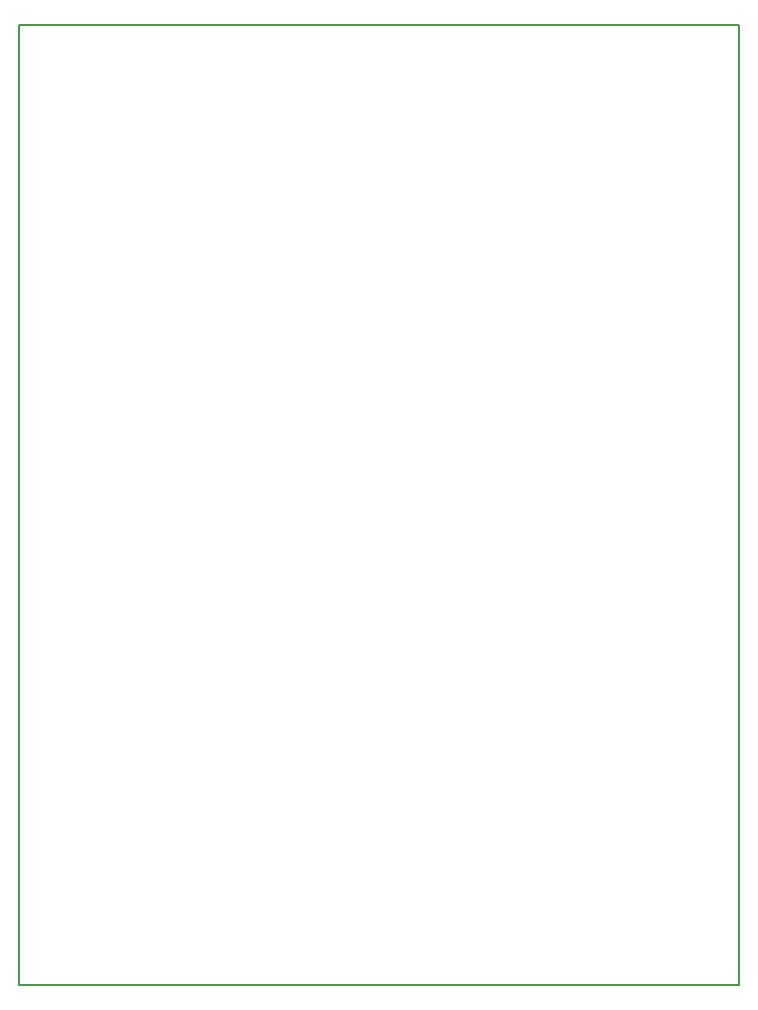
<source format=gm1>
G04 #@! TF.FileFunction,Profile,NP*
%FSLAX46Y46*%
G04 Gerber Fmt 4.6, Leading zero omitted, Abs format (unit mm)*
G04 Created by KiCad (PCBNEW 4.0.7) date 02/13/18 13:08:00*
%MOMM*%
%LPD*%
G01*
G04 APERTURE LIST*
%ADD10C,0.100000*%
%ADD11C,0.150000*%
G04 APERTURE END LIST*
D10*
D11*
X215900000Y-160020000D02*
X154940000Y-160020000D01*
X154940000Y-78740000D02*
X156210000Y-78740000D01*
X154940000Y-160020000D02*
X154940000Y-78740000D01*
X215900000Y-78740000D02*
X215900000Y-160020000D01*
X156210000Y-78740000D02*
X215900000Y-78740000D01*
M02*

</source>
